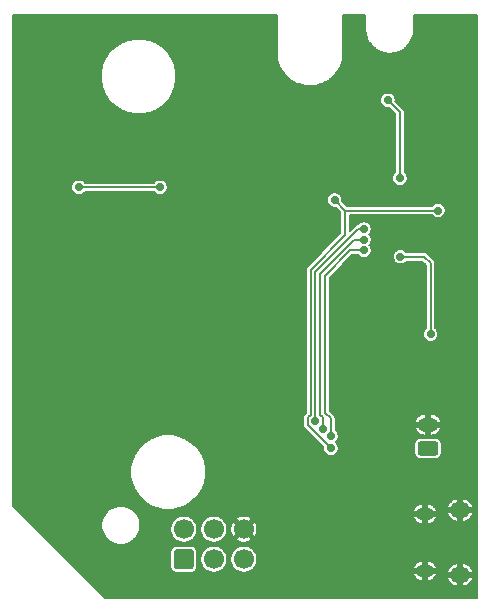
<source format=gbr>
G04 #@! TF.GenerationSoftware,KiCad,Pcbnew,(5.1.8)-1*
G04 #@! TF.CreationDate,2021-04-18T18:01:33-07:00*
G04 #@! TF.ProjectId,wired-sculpt,77697265-642d-4736-9375-6c70742e6b69,rev?*
G04 #@! TF.SameCoordinates,Original*
G04 #@! TF.FileFunction,Copper,L2,Bot*
G04 #@! TF.FilePolarity,Positive*
%FSLAX46Y46*%
G04 Gerber Fmt 4.6, Leading zero omitted, Abs format (unit mm)*
G04 Created by KiCad (PCBNEW (5.1.8)-1) date 2021-04-18 18:01:33*
%MOMM*%
%LPD*%
G01*
G04 APERTURE LIST*
G04 #@! TA.AperFunction,ComponentPad*
%ADD10C,1.700000*%
G04 #@! TD*
G04 #@! TA.AperFunction,ComponentPad*
%ADD11O,1.500000X1.100000*%
G04 #@! TD*
G04 #@! TA.AperFunction,ComponentPad*
%ADD12O,1.700000X1.350000*%
G04 #@! TD*
G04 #@! TA.AperFunction,ComponentPad*
%ADD13O,1.750000X1.200000*%
G04 #@! TD*
G04 #@! TA.AperFunction,ViaPad*
%ADD14C,0.700000*%
G04 #@! TD*
G04 #@! TA.AperFunction,Conductor*
%ADD15C,0.200000*%
G04 #@! TD*
G04 #@! TA.AperFunction,Conductor*
%ADD16C,0.100000*%
G04 #@! TD*
G04 APERTURE END LIST*
G04 #@! TO.P,J3,1*
G04 #@! TO.N,MISO*
G04 #@! TA.AperFunction,ComponentPad*
G36*
G01*
X135428000Y-77230000D02*
X134228000Y-77230000D01*
G75*
G02*
X133978000Y-76980000I0J250000D01*
G01*
X133978000Y-75780000D01*
G75*
G02*
X134228000Y-75530000I250000J0D01*
G01*
X135428000Y-75530000D01*
G75*
G02*
X135678000Y-75780000I0J-250000D01*
G01*
X135678000Y-76980000D01*
G75*
G02*
X135428000Y-77230000I-250000J0D01*
G01*
G37*
G04 #@! TD.AperFunction*
D10*
G04 #@! TO.P,J3,3*
G04 #@! TO.N,SCK*
X137368000Y-76380000D03*
G04 #@! TO.P,J3,5*
G04 #@! TO.N,RST*
X139908000Y-76380000D03*
G04 #@! TO.P,J3,2*
G04 #@! TO.N,VBUS*
X134828000Y-73840000D03*
G04 #@! TO.P,J3,4*
G04 #@! TO.N,MOSI*
X137368000Y-73840000D03*
G04 #@! TO.P,J3,6*
G04 #@! TO.N,GND*
X139908000Y-73840000D03*
G04 #@! TD*
D11*
G04 #@! TO.P,J1,6*
G04 #@! TO.N,GND*
X155230000Y-77380000D03*
X155230000Y-72540000D03*
D12*
X158230000Y-77690000D03*
X158230000Y-72230000D03*
G04 #@! TD*
G04 #@! TO.P,SW2,1*
G04 #@! TO.N,Net-(R10-Pad2)*
G04 #@! TA.AperFunction,ComponentPad*
G36*
G01*
X156125001Y-67600000D02*
X154874999Y-67600000D01*
G75*
G02*
X154625000Y-67350001I0J249999D01*
G01*
X154625000Y-66649999D01*
G75*
G02*
X154874999Y-66400000I249999J0D01*
G01*
X156125001Y-66400000D01*
G75*
G02*
X156375000Y-66649999I0J-249999D01*
G01*
X156375000Y-67350001D01*
G75*
G02*
X156125001Y-67600000I-249999J0D01*
G01*
G37*
G04 #@! TD.AperFunction*
D13*
G04 #@! TO.P,SW2,2*
G04 #@! TO.N,GND*
X155500000Y-65000000D03*
G04 #@! TD*
D14*
G04 #@! TO.N,GND*
X141200000Y-57950000D03*
X149200000Y-57950000D03*
X124668000Y-39042000D03*
X157500000Y-36500000D03*
X154259000Y-37518000D03*
X156672000Y-57330000D03*
X131600000Y-60000000D03*
X145623000Y-42471000D03*
X140797000Y-38153000D03*
X146385000Y-76634000D03*
X140924000Y-72316000D03*
X146004000Y-45963500D03*
X150068000Y-54028000D03*
G04 #@! TO.N,LED*
X153116000Y-44122000D03*
X152100000Y-37518000D03*
G04 #@! TO.N,MISO*
X150068000Y-48417994D03*
X145974000Y-64686338D03*
G04 #@! TO.N,MOSI*
X150068000Y-49317997D03*
X146624000Y-65329603D03*
G04 #@! TO.N,SCK*
X150068000Y-50218000D03*
X147274000Y-65966000D03*
G04 #@! TO.N,RST*
X147591500Y-45963500D03*
X156354500Y-46852500D03*
X147274000Y-66982000D03*
G04 #@! TO.N,RED+*
X132796000Y-44884000D03*
X125938000Y-44884000D03*
G04 #@! TO.N,PB0*
X155719500Y-57330000D03*
X153167697Y-50771063D03*
G04 #@! TD*
D15*
G04 #@! TO.N,LED*
X153116000Y-38534000D02*
X152100000Y-37518000D01*
X153116000Y-44122000D02*
X153116000Y-38534000D01*
G04 #@! TO.N,MISO*
X145974000Y-52017020D02*
X145974000Y-64686338D01*
X149573026Y-48417994D02*
X145974000Y-52017020D01*
X150068000Y-48417994D02*
X149573026Y-48417994D01*
G04 #@! TO.N,MOSI*
X150068000Y-49317997D02*
X149573026Y-49317997D01*
X149253503Y-49317997D02*
X146374010Y-52197490D01*
X150068000Y-49317997D02*
X149253503Y-49317997D01*
X146374010Y-64124346D02*
X146624000Y-64374336D01*
X146624000Y-64374336D02*
X146624000Y-65329603D01*
X146374010Y-52197490D02*
X146374010Y-64124346D01*
G04 #@! TO.N,SCK*
X150068000Y-50218000D02*
X148919198Y-50218000D01*
X148919198Y-50218000D02*
X146774020Y-52363178D01*
X147274000Y-64458638D02*
X147274000Y-65966000D01*
X146774020Y-63958658D02*
X147274000Y-64458638D01*
X146774020Y-52363178D02*
X146774020Y-63958658D01*
G04 #@! TO.N,RST*
X148480500Y-46852500D02*
X156354500Y-46852500D01*
X147591500Y-45963500D02*
X148480500Y-46852500D01*
X145323999Y-65031999D02*
X147274000Y-66982000D01*
X145323999Y-64374337D02*
X145323999Y-65031999D01*
X145573990Y-64124346D02*
X145323999Y-64374337D01*
X145573990Y-51851331D02*
X145573990Y-64124346D01*
X148480500Y-48944822D02*
X145573990Y-51851331D01*
X148480500Y-46852500D02*
X148480500Y-48944822D01*
G04 #@! TO.N,RED+*
X132796000Y-44884000D02*
X125938000Y-44884000D01*
G04 #@! TO.N,PB0*
X155719500Y-57330000D02*
X155719500Y-51297500D01*
X155193063Y-50771063D02*
X153167697Y-50771063D01*
X155719500Y-51297500D02*
X155193063Y-50771063D01*
G04 #@! TD*
G04 #@! TO.N,GND*
X142675001Y-33515961D02*
X142675112Y-33517083D01*
X142675252Y-33537177D01*
X142676795Y-33551856D01*
X142676795Y-33566619D01*
X142677269Y-33571132D01*
X142731656Y-34056006D01*
X142737781Y-34084821D01*
X142743502Y-34113714D01*
X142744844Y-34118049D01*
X142892375Y-34583125D01*
X142903977Y-34610194D01*
X142915204Y-34637432D01*
X142917362Y-34641425D01*
X143152416Y-35068987D01*
X143169048Y-35093278D01*
X143185359Y-35117827D01*
X143188252Y-35121324D01*
X143501878Y-35495088D01*
X143522917Y-35515691D01*
X143543679Y-35536598D01*
X143547196Y-35539467D01*
X143927446Y-35845196D01*
X143952098Y-35861328D01*
X143976514Y-35877796D01*
X143980521Y-35879927D01*
X144412913Y-36105976D01*
X144440236Y-36117015D01*
X144467379Y-36128425D01*
X144471723Y-36129737D01*
X144939786Y-36267495D01*
X144968713Y-36273013D01*
X144997575Y-36278937D01*
X145002091Y-36279380D01*
X145487997Y-36323601D01*
X145517419Y-36323396D01*
X145546908Y-36323601D01*
X145551425Y-36323159D01*
X146036667Y-36272158D01*
X146065541Y-36266231D01*
X146094455Y-36260715D01*
X146098800Y-36259404D01*
X146564894Y-36115124D01*
X146592069Y-36103700D01*
X146619360Y-36092674D01*
X146623367Y-36090544D01*
X147052560Y-35858480D01*
X147076987Y-35842003D01*
X147101628Y-35825879D01*
X147105144Y-35823011D01*
X147481090Y-35512003D01*
X147501855Y-35491092D01*
X147522891Y-35470492D01*
X147525784Y-35466995D01*
X147834160Y-35088888D01*
X147850455Y-35064361D01*
X147867102Y-35040049D01*
X147869261Y-35036057D01*
X148098323Y-34605254D01*
X148109538Y-34578044D01*
X148121152Y-34550947D01*
X148122494Y-34546611D01*
X148263517Y-34079522D01*
X148269239Y-34050624D01*
X148275362Y-34021814D01*
X148275837Y-34017300D01*
X148323449Y-33531714D01*
X148323449Y-33531708D01*
X148325000Y-33515961D01*
X148325000Y-30325000D01*
X150175001Y-30325000D01*
X150175000Y-31515960D01*
X150175112Y-31517094D01*
X150175179Y-31526709D01*
X150176722Y-31541385D01*
X150176722Y-31556148D01*
X150177196Y-31560661D01*
X150215267Y-31900072D01*
X150221392Y-31928887D01*
X150227113Y-31957780D01*
X150228455Y-31962115D01*
X150331726Y-32287668D01*
X150343329Y-32314740D01*
X150354555Y-32341976D01*
X150356713Y-32345968D01*
X150521251Y-32645262D01*
X150537880Y-32669547D01*
X150554194Y-32694101D01*
X150557087Y-32697598D01*
X150776624Y-32959233D01*
X150797683Y-32979855D01*
X150818426Y-33000743D01*
X150821942Y-33003611D01*
X151088117Y-33217622D01*
X151112768Y-33233753D01*
X151137186Y-33250223D01*
X151141193Y-33252354D01*
X151443867Y-33410588D01*
X151471190Y-33421627D01*
X151498333Y-33433037D01*
X151502677Y-33434349D01*
X151830322Y-33530780D01*
X151859257Y-33536299D01*
X151888112Y-33542222D01*
X151892628Y-33542665D01*
X152232762Y-33573620D01*
X152262222Y-33573414D01*
X152291672Y-33573619D01*
X152296188Y-33573177D01*
X152635857Y-33537477D01*
X152664718Y-33531552D01*
X152693646Y-33526034D01*
X152697991Y-33524723D01*
X153024257Y-33423727D01*
X153051432Y-33412303D01*
X153078723Y-33401277D01*
X153082730Y-33399147D01*
X153383166Y-33236702D01*
X153407578Y-33220235D01*
X153432234Y-33204101D01*
X153435751Y-33201233D01*
X153698912Y-32983527D01*
X153719677Y-32962616D01*
X153740713Y-32942016D01*
X153743606Y-32938519D01*
X153959469Y-32673844D01*
X153975768Y-32649313D01*
X153992411Y-32625006D01*
X153994570Y-32621014D01*
X154154914Y-32319452D01*
X154166133Y-32292230D01*
X154177743Y-32265143D01*
X154179085Y-32260808D01*
X154277801Y-31933845D01*
X154283524Y-31904940D01*
X154289646Y-31876137D01*
X154290121Y-31871624D01*
X154323449Y-31531714D01*
X154323449Y-31531708D01*
X154325000Y-31515961D01*
X154325000Y-30325000D01*
X159650000Y-30325000D01*
X159650001Y-79675000D01*
X128134619Y-79675000D01*
X126118655Y-77659036D01*
X154227106Y-77659036D01*
X154275019Y-77783109D01*
X154368168Y-77922653D01*
X154486751Y-78041343D01*
X154626211Y-78134618D01*
X154781188Y-78198894D01*
X154945727Y-78231700D01*
X155080000Y-78159397D01*
X155080000Y-77530000D01*
X155380000Y-77530000D01*
X155380000Y-78159397D01*
X155514273Y-78231700D01*
X155678812Y-78198894D01*
X155833789Y-78134618D01*
X155973249Y-78041343D01*
X156025683Y-77988861D01*
X157126934Y-77988861D01*
X157178284Y-78121700D01*
X157279350Y-78284444D01*
X157410224Y-78424344D01*
X157565877Y-78536023D01*
X157740326Y-78615190D01*
X157926868Y-78658803D01*
X158080000Y-78591920D01*
X158080000Y-77840000D01*
X158380000Y-77840000D01*
X158380000Y-78591920D01*
X158533132Y-78658803D01*
X158719674Y-78615190D01*
X158894123Y-78536023D01*
X159049776Y-78424344D01*
X159180650Y-78284444D01*
X159281716Y-78121700D01*
X159333066Y-77988861D01*
X159292412Y-77840000D01*
X158380000Y-77840000D01*
X158080000Y-77840000D01*
X157167588Y-77840000D01*
X157126934Y-77988861D01*
X156025683Y-77988861D01*
X156091832Y-77922653D01*
X156184981Y-77783109D01*
X156232894Y-77659036D01*
X156190345Y-77530000D01*
X155380000Y-77530000D01*
X155080000Y-77530000D01*
X154269655Y-77530000D01*
X154227106Y-77659036D01*
X126118655Y-77659036D01*
X124239619Y-75780000D01*
X133676549Y-75780000D01*
X133676549Y-76980000D01*
X133687145Y-77087583D01*
X133718526Y-77191031D01*
X133769485Y-77286370D01*
X133838065Y-77369935D01*
X133921630Y-77438515D01*
X134016969Y-77489474D01*
X134120417Y-77520855D01*
X134228000Y-77531451D01*
X135428000Y-77531451D01*
X135535583Y-77520855D01*
X135639031Y-77489474D01*
X135734370Y-77438515D01*
X135817935Y-77369935D01*
X135886515Y-77286370D01*
X135937474Y-77191031D01*
X135968855Y-77087583D01*
X135979451Y-76980000D01*
X135979451Y-76266735D01*
X136218000Y-76266735D01*
X136218000Y-76493265D01*
X136262194Y-76715443D01*
X136348884Y-76924729D01*
X136474737Y-77113082D01*
X136634918Y-77273263D01*
X136823271Y-77399116D01*
X137032557Y-77485806D01*
X137254735Y-77530000D01*
X137481265Y-77530000D01*
X137703443Y-77485806D01*
X137912729Y-77399116D01*
X138101082Y-77273263D01*
X138261263Y-77113082D01*
X138387116Y-76924729D01*
X138473806Y-76715443D01*
X138518000Y-76493265D01*
X138518000Y-76266735D01*
X138758000Y-76266735D01*
X138758000Y-76493265D01*
X138802194Y-76715443D01*
X138888884Y-76924729D01*
X139014737Y-77113082D01*
X139174918Y-77273263D01*
X139363271Y-77399116D01*
X139572557Y-77485806D01*
X139794735Y-77530000D01*
X140021265Y-77530000D01*
X140243443Y-77485806D01*
X140452729Y-77399116D01*
X140464667Y-77391139D01*
X157126934Y-77391139D01*
X157167588Y-77540000D01*
X158080000Y-77540000D01*
X158080000Y-76788080D01*
X158380000Y-76788080D01*
X158380000Y-77540000D01*
X159292412Y-77540000D01*
X159333066Y-77391139D01*
X159281716Y-77258300D01*
X159180650Y-77095556D01*
X159049776Y-76955656D01*
X158894123Y-76843977D01*
X158719674Y-76764810D01*
X158533132Y-76721197D01*
X158380000Y-76788080D01*
X158080000Y-76788080D01*
X157926868Y-76721197D01*
X157740326Y-76764810D01*
X157565877Y-76843977D01*
X157410224Y-76955656D01*
X157279350Y-77095556D01*
X157178284Y-77258300D01*
X157126934Y-77391139D01*
X140464667Y-77391139D01*
X140641082Y-77273263D01*
X140801263Y-77113082D01*
X140809359Y-77100964D01*
X154227106Y-77100964D01*
X154269655Y-77230000D01*
X155080000Y-77230000D01*
X155080000Y-76600603D01*
X155380000Y-76600603D01*
X155380000Y-77230000D01*
X156190345Y-77230000D01*
X156232894Y-77100964D01*
X156184981Y-76976891D01*
X156091832Y-76837347D01*
X155973249Y-76718657D01*
X155833789Y-76625382D01*
X155678812Y-76561106D01*
X155514273Y-76528300D01*
X155380000Y-76600603D01*
X155080000Y-76600603D01*
X154945727Y-76528300D01*
X154781188Y-76561106D01*
X154626211Y-76625382D01*
X154486751Y-76718657D01*
X154368168Y-76837347D01*
X154275019Y-76976891D01*
X154227106Y-77100964D01*
X140809359Y-77100964D01*
X140927116Y-76924729D01*
X141013806Y-76715443D01*
X141058000Y-76493265D01*
X141058000Y-76266735D01*
X141013806Y-76044557D01*
X140927116Y-75835271D01*
X140801263Y-75646918D01*
X140641082Y-75486737D01*
X140452729Y-75360884D01*
X140243443Y-75274194D01*
X140021265Y-75230000D01*
X139794735Y-75230000D01*
X139572557Y-75274194D01*
X139363271Y-75360884D01*
X139174918Y-75486737D01*
X139014737Y-75646918D01*
X138888884Y-75835271D01*
X138802194Y-76044557D01*
X138758000Y-76266735D01*
X138518000Y-76266735D01*
X138473806Y-76044557D01*
X138387116Y-75835271D01*
X138261263Y-75646918D01*
X138101082Y-75486737D01*
X137912729Y-75360884D01*
X137703443Y-75274194D01*
X137481265Y-75230000D01*
X137254735Y-75230000D01*
X137032557Y-75274194D01*
X136823271Y-75360884D01*
X136634918Y-75486737D01*
X136474737Y-75646918D01*
X136348884Y-75835271D01*
X136262194Y-76044557D01*
X136218000Y-76266735D01*
X135979451Y-76266735D01*
X135979451Y-75780000D01*
X135968855Y-75672417D01*
X135937474Y-75568969D01*
X135886515Y-75473630D01*
X135817935Y-75390065D01*
X135734370Y-75321485D01*
X135639031Y-75270526D01*
X135535583Y-75239145D01*
X135428000Y-75228549D01*
X134228000Y-75228549D01*
X134120417Y-75239145D01*
X134016969Y-75270526D01*
X133921630Y-75321485D01*
X133838065Y-75390065D01*
X133769485Y-75473630D01*
X133718526Y-75568969D01*
X133687145Y-75672417D01*
X133676549Y-75780000D01*
X124239619Y-75780000D01*
X121797108Y-73337489D01*
X127850000Y-73337489D01*
X127850000Y-73662511D01*
X127913408Y-73981287D01*
X128037789Y-74281568D01*
X128218361Y-74551814D01*
X128448186Y-74781639D01*
X128718432Y-74962211D01*
X129018713Y-75086592D01*
X129337489Y-75150000D01*
X129662511Y-75150000D01*
X129981287Y-75086592D01*
X130281568Y-74962211D01*
X130551814Y-74781639D01*
X130781639Y-74551814D01*
X130962211Y-74281568D01*
X131086592Y-73981287D01*
X131137225Y-73726735D01*
X133678000Y-73726735D01*
X133678000Y-73953265D01*
X133722194Y-74175443D01*
X133808884Y-74384729D01*
X133934737Y-74573082D01*
X134094918Y-74733263D01*
X134283271Y-74859116D01*
X134492557Y-74945806D01*
X134714735Y-74990000D01*
X134941265Y-74990000D01*
X135163443Y-74945806D01*
X135372729Y-74859116D01*
X135561082Y-74733263D01*
X135721263Y-74573082D01*
X135847116Y-74384729D01*
X135933806Y-74175443D01*
X135978000Y-73953265D01*
X135978000Y-73726735D01*
X136218000Y-73726735D01*
X136218000Y-73953265D01*
X136262194Y-74175443D01*
X136348884Y-74384729D01*
X136474737Y-74573082D01*
X136634918Y-74733263D01*
X136823271Y-74859116D01*
X137032557Y-74945806D01*
X137254735Y-74990000D01*
X137481265Y-74990000D01*
X137703443Y-74945806D01*
X137912729Y-74859116D01*
X138101082Y-74733263D01*
X138131603Y-74702742D01*
X139257390Y-74702742D01*
X139355876Y-74855129D01*
X139564526Y-74943338D01*
X139786377Y-74989145D01*
X140012901Y-74990792D01*
X140235393Y-74948215D01*
X140445305Y-74863049D01*
X140460124Y-74855129D01*
X140558610Y-74702742D01*
X139908000Y-74052132D01*
X139257390Y-74702742D01*
X138131603Y-74702742D01*
X138261263Y-74573082D01*
X138387116Y-74384729D01*
X138473806Y-74175443D01*
X138518000Y-73953265D01*
X138518000Y-73944901D01*
X138757208Y-73944901D01*
X138799785Y-74167393D01*
X138884951Y-74377305D01*
X138892871Y-74392124D01*
X139045258Y-74490610D01*
X139695868Y-73840000D01*
X140120132Y-73840000D01*
X140770742Y-74490610D01*
X140923129Y-74392124D01*
X141011338Y-74183474D01*
X141057145Y-73961623D01*
X141058792Y-73735099D01*
X141016215Y-73512607D01*
X140931049Y-73302695D01*
X140923129Y-73287876D01*
X140770742Y-73189390D01*
X140120132Y-73840000D01*
X139695868Y-73840000D01*
X139045258Y-73189390D01*
X138892871Y-73287876D01*
X138804662Y-73496526D01*
X138758855Y-73718377D01*
X138757208Y-73944901D01*
X138518000Y-73944901D01*
X138518000Y-73726735D01*
X138473806Y-73504557D01*
X138387116Y-73295271D01*
X138261263Y-73106918D01*
X138131603Y-72977258D01*
X139257390Y-72977258D01*
X139908000Y-73627868D01*
X140558610Y-72977258D01*
X140460124Y-72824871D01*
X140446322Y-72819036D01*
X154227106Y-72819036D01*
X154275019Y-72943109D01*
X154368168Y-73082653D01*
X154486751Y-73201343D01*
X154626211Y-73294618D01*
X154781188Y-73358894D01*
X154945727Y-73391700D01*
X155080000Y-73319397D01*
X155080000Y-72690000D01*
X155380000Y-72690000D01*
X155380000Y-73319397D01*
X155514273Y-73391700D01*
X155678812Y-73358894D01*
X155833789Y-73294618D01*
X155973249Y-73201343D01*
X156091832Y-73082653D01*
X156184981Y-72943109D01*
X156232894Y-72819036D01*
X156190345Y-72690000D01*
X155380000Y-72690000D01*
X155080000Y-72690000D01*
X154269655Y-72690000D01*
X154227106Y-72819036D01*
X140446322Y-72819036D01*
X140251474Y-72736662D01*
X140029623Y-72690855D01*
X139803099Y-72689208D01*
X139580607Y-72731785D01*
X139370695Y-72816951D01*
X139355876Y-72824871D01*
X139257390Y-72977258D01*
X138131603Y-72977258D01*
X138101082Y-72946737D01*
X137912729Y-72820884D01*
X137703443Y-72734194D01*
X137481265Y-72690000D01*
X137254735Y-72690000D01*
X137032557Y-72734194D01*
X136823271Y-72820884D01*
X136634918Y-72946737D01*
X136474737Y-73106918D01*
X136348884Y-73295271D01*
X136262194Y-73504557D01*
X136218000Y-73726735D01*
X135978000Y-73726735D01*
X135933806Y-73504557D01*
X135847116Y-73295271D01*
X135721263Y-73106918D01*
X135561082Y-72946737D01*
X135372729Y-72820884D01*
X135163443Y-72734194D01*
X134941265Y-72690000D01*
X134714735Y-72690000D01*
X134492557Y-72734194D01*
X134283271Y-72820884D01*
X134094918Y-72946737D01*
X133934737Y-73106918D01*
X133808884Y-73295271D01*
X133722194Y-73504557D01*
X133678000Y-73726735D01*
X131137225Y-73726735D01*
X131150000Y-73662511D01*
X131150000Y-73337489D01*
X131086592Y-73018713D01*
X130962211Y-72718432D01*
X130835545Y-72528861D01*
X157126934Y-72528861D01*
X157178284Y-72661700D01*
X157279350Y-72824444D01*
X157410224Y-72964344D01*
X157565877Y-73076023D01*
X157740326Y-73155190D01*
X157926868Y-73198803D01*
X158080000Y-73131920D01*
X158080000Y-72380000D01*
X158380000Y-72380000D01*
X158380000Y-73131920D01*
X158533132Y-73198803D01*
X158719674Y-73155190D01*
X158894123Y-73076023D01*
X159049776Y-72964344D01*
X159180650Y-72824444D01*
X159281716Y-72661700D01*
X159333066Y-72528861D01*
X159292412Y-72380000D01*
X158380000Y-72380000D01*
X158080000Y-72380000D01*
X157167588Y-72380000D01*
X157126934Y-72528861D01*
X130835545Y-72528861D01*
X130781639Y-72448186D01*
X130594417Y-72260964D01*
X154227106Y-72260964D01*
X154269655Y-72390000D01*
X155080000Y-72390000D01*
X155080000Y-71760603D01*
X155380000Y-71760603D01*
X155380000Y-72390000D01*
X156190345Y-72390000D01*
X156232894Y-72260964D01*
X156184981Y-72136891D01*
X156091832Y-71997347D01*
X156025684Y-71931139D01*
X157126934Y-71931139D01*
X157167588Y-72080000D01*
X158080000Y-72080000D01*
X158080000Y-71328080D01*
X158380000Y-71328080D01*
X158380000Y-72080000D01*
X159292412Y-72080000D01*
X159333066Y-71931139D01*
X159281716Y-71798300D01*
X159180650Y-71635556D01*
X159049776Y-71495656D01*
X158894123Y-71383977D01*
X158719674Y-71304810D01*
X158533132Y-71261197D01*
X158380000Y-71328080D01*
X158080000Y-71328080D01*
X157926868Y-71261197D01*
X157740326Y-71304810D01*
X157565877Y-71383977D01*
X157410224Y-71495656D01*
X157279350Y-71635556D01*
X157178284Y-71798300D01*
X157126934Y-71931139D01*
X156025684Y-71931139D01*
X155973249Y-71878657D01*
X155833789Y-71785382D01*
X155678812Y-71721106D01*
X155514273Y-71688300D01*
X155380000Y-71760603D01*
X155080000Y-71760603D01*
X154945727Y-71688300D01*
X154781188Y-71721106D01*
X154626211Y-71785382D01*
X154486751Y-71878657D01*
X154368168Y-71997347D01*
X154275019Y-72136891D01*
X154227106Y-72260964D01*
X130594417Y-72260964D01*
X130551814Y-72218361D01*
X130281568Y-72037789D01*
X129981287Y-71913408D01*
X129662511Y-71850000D01*
X129337489Y-71850000D01*
X129018713Y-71913408D01*
X128718432Y-72037789D01*
X128448186Y-72218361D01*
X128218361Y-72448186D01*
X128037789Y-72718432D01*
X127913408Y-73018713D01*
X127850000Y-73337489D01*
X121797108Y-73337489D01*
X120350000Y-71890382D01*
X120350000Y-68684828D01*
X130300000Y-68684828D01*
X130300000Y-69315172D01*
X130422975Y-69933405D01*
X130664197Y-70515768D01*
X131014398Y-71039881D01*
X131460119Y-71485602D01*
X131984232Y-71835803D01*
X132566595Y-72077025D01*
X133184828Y-72200000D01*
X133815172Y-72200000D01*
X134433405Y-72077025D01*
X135015768Y-71835803D01*
X135539881Y-71485602D01*
X135985602Y-71039881D01*
X136335803Y-70515768D01*
X136577025Y-69933405D01*
X136700000Y-69315172D01*
X136700000Y-68684828D01*
X136577025Y-68066595D01*
X136335803Y-67484232D01*
X135985602Y-66960119D01*
X135539881Y-66514398D01*
X135015768Y-66164197D01*
X134433405Y-65922975D01*
X133815172Y-65800000D01*
X133184828Y-65800000D01*
X132566595Y-65922975D01*
X131984232Y-66164197D01*
X131460119Y-66514398D01*
X131014398Y-66960119D01*
X130664197Y-67484232D01*
X130422975Y-68066595D01*
X130300000Y-68684828D01*
X120350000Y-68684828D01*
X120350000Y-64374337D01*
X144922064Y-64374337D01*
X144923999Y-64393984D01*
X144924000Y-65012343D01*
X144922064Y-65031999D01*
X144929787Y-65110412D01*
X144952660Y-65185813D01*
X144989802Y-65255301D01*
X145027264Y-65300949D01*
X145027267Y-65300952D01*
X145039789Y-65316210D01*
X145055047Y-65328732D01*
X146627367Y-66901053D01*
X146624000Y-66917981D01*
X146624000Y-67046019D01*
X146648979Y-67171598D01*
X146697978Y-67289890D01*
X146769112Y-67396351D01*
X146859649Y-67486888D01*
X146966110Y-67558022D01*
X147084402Y-67607021D01*
X147209981Y-67632000D01*
X147338019Y-67632000D01*
X147463598Y-67607021D01*
X147581890Y-67558022D01*
X147688351Y-67486888D01*
X147778888Y-67396351D01*
X147850022Y-67289890D01*
X147899021Y-67171598D01*
X147924000Y-67046019D01*
X147924000Y-66917981D01*
X147899021Y-66792402D01*
X147850022Y-66674110D01*
X147833912Y-66649999D01*
X154323549Y-66649999D01*
X154323549Y-67350001D01*
X154334145Y-67457584D01*
X154365526Y-67561032D01*
X154416485Y-67656370D01*
X154485065Y-67739935D01*
X154568630Y-67808515D01*
X154663968Y-67859474D01*
X154767416Y-67890855D01*
X154874999Y-67901451D01*
X156125001Y-67901451D01*
X156232584Y-67890855D01*
X156336032Y-67859474D01*
X156431370Y-67808515D01*
X156514935Y-67739935D01*
X156583515Y-67656370D01*
X156634474Y-67561032D01*
X156665855Y-67457584D01*
X156676451Y-67350001D01*
X156676451Y-66649999D01*
X156665855Y-66542416D01*
X156634474Y-66438968D01*
X156583515Y-66343630D01*
X156514935Y-66260065D01*
X156431370Y-66191485D01*
X156336032Y-66140526D01*
X156232584Y-66109145D01*
X156125001Y-66098549D01*
X154874999Y-66098549D01*
X154767416Y-66109145D01*
X154663968Y-66140526D01*
X154568630Y-66191485D01*
X154485065Y-66260065D01*
X154416485Y-66343630D01*
X154365526Y-66438968D01*
X154334145Y-66542416D01*
X154323549Y-66649999D01*
X147833912Y-66649999D01*
X147778888Y-66567649D01*
X147688351Y-66477112D01*
X147683693Y-66474000D01*
X147688351Y-66470888D01*
X147778888Y-66380351D01*
X147850022Y-66273890D01*
X147899021Y-66155598D01*
X147924000Y-66030019D01*
X147924000Y-65901981D01*
X147899021Y-65776402D01*
X147850022Y-65658110D01*
X147778888Y-65551649D01*
X147688351Y-65461112D01*
X147674000Y-65451523D01*
X147674000Y-65286975D01*
X154371979Y-65286975D01*
X154450606Y-65494644D01*
X154561986Y-65636216D01*
X154698845Y-65753339D01*
X154855924Y-65841512D01*
X155027187Y-65897346D01*
X155206051Y-65918695D01*
X155350000Y-65835349D01*
X155350000Y-65150000D01*
X155650000Y-65150000D01*
X155650000Y-65835349D01*
X155793949Y-65918695D01*
X155972813Y-65897346D01*
X156144076Y-65841512D01*
X156301155Y-65753339D01*
X156438014Y-65636216D01*
X156549394Y-65494644D01*
X156628021Y-65286975D01*
X156586249Y-65150000D01*
X155650000Y-65150000D01*
X155350000Y-65150000D01*
X154413751Y-65150000D01*
X154371979Y-65286975D01*
X147674000Y-65286975D01*
X147674000Y-64713025D01*
X154371979Y-64713025D01*
X154413751Y-64850000D01*
X155350000Y-64850000D01*
X155350000Y-64164651D01*
X155650000Y-64164651D01*
X155650000Y-64850000D01*
X156586249Y-64850000D01*
X156628021Y-64713025D01*
X156549394Y-64505356D01*
X156438014Y-64363784D01*
X156301155Y-64246661D01*
X156144076Y-64158488D01*
X155972813Y-64102654D01*
X155793949Y-64081305D01*
X155650000Y-64164651D01*
X155350000Y-64164651D01*
X155206051Y-64081305D01*
X155027187Y-64102654D01*
X154855924Y-64158488D01*
X154698845Y-64246661D01*
X154561986Y-64363784D01*
X154450606Y-64505356D01*
X154371979Y-64713025D01*
X147674000Y-64713025D01*
X147674000Y-64478273D01*
X147675934Y-64458637D01*
X147674000Y-64439001D01*
X147674000Y-64438991D01*
X147668212Y-64380224D01*
X147645340Y-64304824D01*
X147608197Y-64235335D01*
X147558211Y-64174427D01*
X147542949Y-64161902D01*
X147174020Y-63792973D01*
X147174020Y-52528863D01*
X149084884Y-50618000D01*
X149553523Y-50618000D01*
X149563112Y-50632351D01*
X149653649Y-50722888D01*
X149760110Y-50794022D01*
X149878402Y-50843021D01*
X150003981Y-50868000D01*
X150132019Y-50868000D01*
X150257598Y-50843021D01*
X150375890Y-50794022D01*
X150482351Y-50722888D01*
X150498195Y-50707044D01*
X152517697Y-50707044D01*
X152517697Y-50835082D01*
X152542676Y-50960661D01*
X152591675Y-51078953D01*
X152662809Y-51185414D01*
X152753346Y-51275951D01*
X152859807Y-51347085D01*
X152978099Y-51396084D01*
X153103678Y-51421063D01*
X153231716Y-51421063D01*
X153357295Y-51396084D01*
X153475587Y-51347085D01*
X153582048Y-51275951D01*
X153672585Y-51185414D01*
X153682174Y-51171063D01*
X155027378Y-51171063D01*
X155319501Y-51463186D01*
X155319500Y-56815523D01*
X155305149Y-56825112D01*
X155214612Y-56915649D01*
X155143478Y-57022110D01*
X155094479Y-57140402D01*
X155069500Y-57265981D01*
X155069500Y-57394019D01*
X155094479Y-57519598D01*
X155143478Y-57637890D01*
X155214612Y-57744351D01*
X155305149Y-57834888D01*
X155411610Y-57906022D01*
X155529902Y-57955021D01*
X155655481Y-57980000D01*
X155783519Y-57980000D01*
X155909098Y-57955021D01*
X156027390Y-57906022D01*
X156133851Y-57834888D01*
X156224388Y-57744351D01*
X156295522Y-57637890D01*
X156344521Y-57519598D01*
X156369500Y-57394019D01*
X156369500Y-57265981D01*
X156344521Y-57140402D01*
X156295522Y-57022110D01*
X156224388Y-56915649D01*
X156133851Y-56825112D01*
X156119500Y-56815523D01*
X156119500Y-51317135D01*
X156121434Y-51297499D01*
X156119500Y-51277863D01*
X156119500Y-51277853D01*
X156113712Y-51219086D01*
X156090840Y-51143686D01*
X156053697Y-51074197D01*
X156003711Y-51013289D01*
X155988448Y-51000763D01*
X155489800Y-50502115D01*
X155477274Y-50486852D01*
X155416366Y-50436866D01*
X155346877Y-50399723D01*
X155271477Y-50376851D01*
X155212710Y-50371063D01*
X155212709Y-50371063D01*
X155193063Y-50369128D01*
X155173417Y-50371063D01*
X153682174Y-50371063D01*
X153672585Y-50356712D01*
X153582048Y-50266175D01*
X153475587Y-50195041D01*
X153357295Y-50146042D01*
X153231716Y-50121063D01*
X153103678Y-50121063D01*
X152978099Y-50146042D01*
X152859807Y-50195041D01*
X152753346Y-50266175D01*
X152662809Y-50356712D01*
X152591675Y-50463173D01*
X152542676Y-50581465D01*
X152517697Y-50707044D01*
X150498195Y-50707044D01*
X150572888Y-50632351D01*
X150644022Y-50525890D01*
X150693021Y-50407598D01*
X150718000Y-50282019D01*
X150718000Y-50153981D01*
X150693021Y-50028402D01*
X150644022Y-49910110D01*
X150572888Y-49803649D01*
X150537238Y-49767999D01*
X150572888Y-49732348D01*
X150644022Y-49625887D01*
X150693021Y-49507595D01*
X150718000Y-49382016D01*
X150718000Y-49253978D01*
X150693021Y-49128399D01*
X150644022Y-49010107D01*
X150572888Y-48903646D01*
X150537238Y-48867996D01*
X150572888Y-48832345D01*
X150644022Y-48725884D01*
X150693021Y-48607592D01*
X150718000Y-48482013D01*
X150718000Y-48353975D01*
X150693021Y-48228396D01*
X150644022Y-48110104D01*
X150572888Y-48003643D01*
X150482351Y-47913106D01*
X150375890Y-47841972D01*
X150257598Y-47792973D01*
X150132019Y-47767994D01*
X150003981Y-47767994D01*
X149878402Y-47792973D01*
X149760110Y-47841972D01*
X149653649Y-47913106D01*
X149563112Y-48003643D01*
X149553533Y-48017980D01*
X149553389Y-48017994D01*
X149553379Y-48017994D01*
X149494612Y-48023782D01*
X149419212Y-48046654D01*
X149349723Y-48083797D01*
X149288815Y-48133783D01*
X149276289Y-48149046D01*
X148880500Y-48544835D01*
X148880500Y-47252500D01*
X155840023Y-47252500D01*
X155849612Y-47266851D01*
X155940149Y-47357388D01*
X156046610Y-47428522D01*
X156164902Y-47477521D01*
X156290481Y-47502500D01*
X156418519Y-47502500D01*
X156544098Y-47477521D01*
X156662390Y-47428522D01*
X156768851Y-47357388D01*
X156859388Y-47266851D01*
X156930522Y-47160390D01*
X156979521Y-47042098D01*
X157004500Y-46916519D01*
X157004500Y-46788481D01*
X156979521Y-46662902D01*
X156930522Y-46544610D01*
X156859388Y-46438149D01*
X156768851Y-46347612D01*
X156662390Y-46276478D01*
X156544098Y-46227479D01*
X156418519Y-46202500D01*
X156290481Y-46202500D01*
X156164902Y-46227479D01*
X156046610Y-46276478D01*
X155940149Y-46347612D01*
X155849612Y-46438149D01*
X155840023Y-46452500D01*
X148646186Y-46452500D01*
X148238133Y-46044447D01*
X148241500Y-46027519D01*
X148241500Y-45899481D01*
X148216521Y-45773902D01*
X148167522Y-45655610D01*
X148096388Y-45549149D01*
X148005851Y-45458612D01*
X147899390Y-45387478D01*
X147781098Y-45338479D01*
X147655519Y-45313500D01*
X147527481Y-45313500D01*
X147401902Y-45338479D01*
X147283610Y-45387478D01*
X147177149Y-45458612D01*
X147086612Y-45549149D01*
X147015478Y-45655610D01*
X146966479Y-45773902D01*
X146941500Y-45899481D01*
X146941500Y-46027519D01*
X146966479Y-46153098D01*
X147015478Y-46271390D01*
X147086612Y-46377851D01*
X147177149Y-46468388D01*
X147283610Y-46539522D01*
X147401902Y-46588521D01*
X147527481Y-46613500D01*
X147655519Y-46613500D01*
X147672447Y-46610133D01*
X148080500Y-47018186D01*
X148080501Y-48779135D01*
X145305042Y-51554594D01*
X145289779Y-51567120D01*
X145239793Y-51628029D01*
X145202650Y-51697518D01*
X145179778Y-51772917D01*
X145179778Y-51772918D01*
X145172055Y-51851331D01*
X145173990Y-51870977D01*
X145173991Y-63958661D01*
X145055052Y-64077599D01*
X145039788Y-64090126D01*
X144989802Y-64151035D01*
X144952659Y-64220524D01*
X144948166Y-64235336D01*
X144929787Y-64295924D01*
X144922064Y-64374337D01*
X120350000Y-64374337D01*
X120350000Y-44819981D01*
X125288000Y-44819981D01*
X125288000Y-44948019D01*
X125312979Y-45073598D01*
X125361978Y-45191890D01*
X125433112Y-45298351D01*
X125523649Y-45388888D01*
X125630110Y-45460022D01*
X125748402Y-45509021D01*
X125873981Y-45534000D01*
X126002019Y-45534000D01*
X126127598Y-45509021D01*
X126245890Y-45460022D01*
X126352351Y-45388888D01*
X126442888Y-45298351D01*
X126452477Y-45284000D01*
X132281523Y-45284000D01*
X132291112Y-45298351D01*
X132381649Y-45388888D01*
X132488110Y-45460022D01*
X132606402Y-45509021D01*
X132731981Y-45534000D01*
X132860019Y-45534000D01*
X132985598Y-45509021D01*
X133103890Y-45460022D01*
X133210351Y-45388888D01*
X133300888Y-45298351D01*
X133372022Y-45191890D01*
X133421021Y-45073598D01*
X133446000Y-44948019D01*
X133446000Y-44819981D01*
X133421021Y-44694402D01*
X133372022Y-44576110D01*
X133300888Y-44469649D01*
X133210351Y-44379112D01*
X133103890Y-44307978D01*
X132985598Y-44258979D01*
X132860019Y-44234000D01*
X132731981Y-44234000D01*
X132606402Y-44258979D01*
X132488110Y-44307978D01*
X132381649Y-44379112D01*
X132291112Y-44469649D01*
X132281523Y-44484000D01*
X126452477Y-44484000D01*
X126442888Y-44469649D01*
X126352351Y-44379112D01*
X126245890Y-44307978D01*
X126127598Y-44258979D01*
X126002019Y-44234000D01*
X125873981Y-44234000D01*
X125748402Y-44258979D01*
X125630110Y-44307978D01*
X125523649Y-44379112D01*
X125433112Y-44469649D01*
X125361978Y-44576110D01*
X125312979Y-44694402D01*
X125288000Y-44819981D01*
X120350000Y-44819981D01*
X120350000Y-35184828D01*
X127800000Y-35184828D01*
X127800000Y-35815172D01*
X127922975Y-36433405D01*
X128164197Y-37015768D01*
X128514398Y-37539881D01*
X128960119Y-37985602D01*
X129484232Y-38335803D01*
X130066595Y-38577025D01*
X130684828Y-38700000D01*
X131315172Y-38700000D01*
X131933405Y-38577025D01*
X132515768Y-38335803D01*
X133039881Y-37985602D01*
X133485602Y-37539881D01*
X133542998Y-37453981D01*
X151450000Y-37453981D01*
X151450000Y-37582019D01*
X151474979Y-37707598D01*
X151523978Y-37825890D01*
X151595112Y-37932351D01*
X151685649Y-38022888D01*
X151792110Y-38094022D01*
X151910402Y-38143021D01*
X152035981Y-38168000D01*
X152164019Y-38168000D01*
X152180947Y-38164633D01*
X152716001Y-38699687D01*
X152716000Y-43607523D01*
X152701649Y-43617112D01*
X152611112Y-43707649D01*
X152539978Y-43814110D01*
X152490979Y-43932402D01*
X152466000Y-44057981D01*
X152466000Y-44186019D01*
X152490979Y-44311598D01*
X152539978Y-44429890D01*
X152611112Y-44536351D01*
X152701649Y-44626888D01*
X152808110Y-44698022D01*
X152926402Y-44747021D01*
X153051981Y-44772000D01*
X153180019Y-44772000D01*
X153305598Y-44747021D01*
X153423890Y-44698022D01*
X153530351Y-44626888D01*
X153620888Y-44536351D01*
X153692022Y-44429890D01*
X153741021Y-44311598D01*
X153766000Y-44186019D01*
X153766000Y-44057981D01*
X153741021Y-43932402D01*
X153692022Y-43814110D01*
X153620888Y-43707649D01*
X153530351Y-43617112D01*
X153516000Y-43607523D01*
X153516000Y-38553646D01*
X153517935Y-38534000D01*
X153510212Y-38455586D01*
X153487340Y-38380186D01*
X153450197Y-38310697D01*
X153400211Y-38249789D01*
X153384953Y-38237267D01*
X152746633Y-37598947D01*
X152750000Y-37582019D01*
X152750000Y-37453981D01*
X152725021Y-37328402D01*
X152676022Y-37210110D01*
X152604888Y-37103649D01*
X152514351Y-37013112D01*
X152407890Y-36941978D01*
X152289598Y-36892979D01*
X152164019Y-36868000D01*
X152035981Y-36868000D01*
X151910402Y-36892979D01*
X151792110Y-36941978D01*
X151685649Y-37013112D01*
X151595112Y-37103649D01*
X151523978Y-37210110D01*
X151474979Y-37328402D01*
X151450000Y-37453981D01*
X133542998Y-37453981D01*
X133835803Y-37015768D01*
X134077025Y-36433405D01*
X134200000Y-35815172D01*
X134200000Y-35184828D01*
X134077025Y-34566595D01*
X133835803Y-33984232D01*
X133485602Y-33460119D01*
X133039881Y-33014398D01*
X132515768Y-32664197D01*
X131933405Y-32422975D01*
X131315172Y-32300000D01*
X130684828Y-32300000D01*
X130066595Y-32422975D01*
X129484232Y-32664197D01*
X128960119Y-33014398D01*
X128514398Y-33460119D01*
X128164197Y-33984232D01*
X127922975Y-34566595D01*
X127800000Y-35184828D01*
X120350000Y-35184828D01*
X120350000Y-30325000D01*
X142675000Y-30325000D01*
X142675001Y-33515961D01*
G04 #@! TA.AperFunction,Conductor*
D16*
G36*
X142675001Y-33515961D02*
G01*
X142675112Y-33517083D01*
X142675252Y-33537177D01*
X142676795Y-33551856D01*
X142676795Y-33566619D01*
X142677269Y-33571132D01*
X142731656Y-34056006D01*
X142737781Y-34084821D01*
X142743502Y-34113714D01*
X142744844Y-34118049D01*
X142892375Y-34583125D01*
X142903977Y-34610194D01*
X142915204Y-34637432D01*
X142917362Y-34641425D01*
X143152416Y-35068987D01*
X143169048Y-35093278D01*
X143185359Y-35117827D01*
X143188252Y-35121324D01*
X143501878Y-35495088D01*
X143522917Y-35515691D01*
X143543679Y-35536598D01*
X143547196Y-35539467D01*
X143927446Y-35845196D01*
X143952098Y-35861328D01*
X143976514Y-35877796D01*
X143980521Y-35879927D01*
X144412913Y-36105976D01*
X144440236Y-36117015D01*
X144467379Y-36128425D01*
X144471723Y-36129737D01*
X144939786Y-36267495D01*
X144968713Y-36273013D01*
X144997575Y-36278937D01*
X145002091Y-36279380D01*
X145487997Y-36323601D01*
X145517419Y-36323396D01*
X145546908Y-36323601D01*
X145551425Y-36323159D01*
X146036667Y-36272158D01*
X146065541Y-36266231D01*
X146094455Y-36260715D01*
X146098800Y-36259404D01*
X146564894Y-36115124D01*
X146592069Y-36103700D01*
X146619360Y-36092674D01*
X146623367Y-36090544D01*
X147052560Y-35858480D01*
X147076987Y-35842003D01*
X147101628Y-35825879D01*
X147105144Y-35823011D01*
X147481090Y-35512003D01*
X147501855Y-35491092D01*
X147522891Y-35470492D01*
X147525784Y-35466995D01*
X147834160Y-35088888D01*
X147850455Y-35064361D01*
X147867102Y-35040049D01*
X147869261Y-35036057D01*
X148098323Y-34605254D01*
X148109538Y-34578044D01*
X148121152Y-34550947D01*
X148122494Y-34546611D01*
X148263517Y-34079522D01*
X148269239Y-34050624D01*
X148275362Y-34021814D01*
X148275837Y-34017300D01*
X148323449Y-33531714D01*
X148323449Y-33531708D01*
X148325000Y-33515961D01*
X148325000Y-30325000D01*
X150175001Y-30325000D01*
X150175000Y-31515960D01*
X150175112Y-31517094D01*
X150175179Y-31526709D01*
X150176722Y-31541385D01*
X150176722Y-31556148D01*
X150177196Y-31560661D01*
X150215267Y-31900072D01*
X150221392Y-31928887D01*
X150227113Y-31957780D01*
X150228455Y-31962115D01*
X150331726Y-32287668D01*
X150343329Y-32314740D01*
X150354555Y-32341976D01*
X150356713Y-32345968D01*
X150521251Y-32645262D01*
X150537880Y-32669547D01*
X150554194Y-32694101D01*
X150557087Y-32697598D01*
X150776624Y-32959233D01*
X150797683Y-32979855D01*
X150818426Y-33000743D01*
X150821942Y-33003611D01*
X151088117Y-33217622D01*
X151112768Y-33233753D01*
X151137186Y-33250223D01*
X151141193Y-33252354D01*
X151443867Y-33410588D01*
X151471190Y-33421627D01*
X151498333Y-33433037D01*
X151502677Y-33434349D01*
X151830322Y-33530780D01*
X151859257Y-33536299D01*
X151888112Y-33542222D01*
X151892628Y-33542665D01*
X152232762Y-33573620D01*
X152262222Y-33573414D01*
X152291672Y-33573619D01*
X152296188Y-33573177D01*
X152635857Y-33537477D01*
X152664718Y-33531552D01*
X152693646Y-33526034D01*
X152697991Y-33524723D01*
X153024257Y-33423727D01*
X153051432Y-33412303D01*
X153078723Y-33401277D01*
X153082730Y-33399147D01*
X153383166Y-33236702D01*
X153407578Y-33220235D01*
X153432234Y-33204101D01*
X153435751Y-33201233D01*
X153698912Y-32983527D01*
X153719677Y-32962616D01*
X153740713Y-32942016D01*
X153743606Y-32938519D01*
X153959469Y-32673844D01*
X153975768Y-32649313D01*
X153992411Y-32625006D01*
X153994570Y-32621014D01*
X154154914Y-32319452D01*
X154166133Y-32292230D01*
X154177743Y-32265143D01*
X154179085Y-32260808D01*
X154277801Y-31933845D01*
X154283524Y-31904940D01*
X154289646Y-31876137D01*
X154290121Y-31871624D01*
X154323449Y-31531714D01*
X154323449Y-31531708D01*
X154325000Y-31515961D01*
X154325000Y-30325000D01*
X159650000Y-30325000D01*
X159650001Y-79675000D01*
X128134619Y-79675000D01*
X126118655Y-77659036D01*
X154227106Y-77659036D01*
X154275019Y-77783109D01*
X154368168Y-77922653D01*
X154486751Y-78041343D01*
X154626211Y-78134618D01*
X154781188Y-78198894D01*
X154945727Y-78231700D01*
X155080000Y-78159397D01*
X155080000Y-77530000D01*
X155380000Y-77530000D01*
X155380000Y-78159397D01*
X155514273Y-78231700D01*
X155678812Y-78198894D01*
X155833789Y-78134618D01*
X155973249Y-78041343D01*
X156025683Y-77988861D01*
X157126934Y-77988861D01*
X157178284Y-78121700D01*
X157279350Y-78284444D01*
X157410224Y-78424344D01*
X157565877Y-78536023D01*
X157740326Y-78615190D01*
X157926868Y-78658803D01*
X158080000Y-78591920D01*
X158080000Y-77840000D01*
X158380000Y-77840000D01*
X158380000Y-78591920D01*
X158533132Y-78658803D01*
X158719674Y-78615190D01*
X158894123Y-78536023D01*
X159049776Y-78424344D01*
X159180650Y-78284444D01*
X159281716Y-78121700D01*
X159333066Y-77988861D01*
X159292412Y-77840000D01*
X158380000Y-77840000D01*
X158080000Y-77840000D01*
X157167588Y-77840000D01*
X157126934Y-77988861D01*
X156025683Y-77988861D01*
X156091832Y-77922653D01*
X156184981Y-77783109D01*
X156232894Y-77659036D01*
X156190345Y-77530000D01*
X155380000Y-77530000D01*
X155080000Y-77530000D01*
X154269655Y-77530000D01*
X154227106Y-77659036D01*
X126118655Y-77659036D01*
X124239619Y-75780000D01*
X133676549Y-75780000D01*
X133676549Y-76980000D01*
X133687145Y-77087583D01*
X133718526Y-77191031D01*
X133769485Y-77286370D01*
X133838065Y-77369935D01*
X133921630Y-77438515D01*
X134016969Y-77489474D01*
X134120417Y-77520855D01*
X134228000Y-77531451D01*
X135428000Y-77531451D01*
X135535583Y-77520855D01*
X135639031Y-77489474D01*
X135734370Y-77438515D01*
X135817935Y-77369935D01*
X135886515Y-77286370D01*
X135937474Y-77191031D01*
X135968855Y-77087583D01*
X135979451Y-76980000D01*
X135979451Y-76266735D01*
X136218000Y-76266735D01*
X136218000Y-76493265D01*
X136262194Y-76715443D01*
X136348884Y-76924729D01*
X136474737Y-77113082D01*
X136634918Y-77273263D01*
X136823271Y-77399116D01*
X137032557Y-77485806D01*
X137254735Y-77530000D01*
X137481265Y-77530000D01*
X137703443Y-77485806D01*
X137912729Y-77399116D01*
X138101082Y-77273263D01*
X138261263Y-77113082D01*
X138387116Y-76924729D01*
X138473806Y-76715443D01*
X138518000Y-76493265D01*
X138518000Y-76266735D01*
X138758000Y-76266735D01*
X138758000Y-76493265D01*
X138802194Y-76715443D01*
X138888884Y-76924729D01*
X139014737Y-77113082D01*
X139174918Y-77273263D01*
X139363271Y-77399116D01*
X139572557Y-77485806D01*
X139794735Y-77530000D01*
X140021265Y-77530000D01*
X140243443Y-77485806D01*
X140452729Y-77399116D01*
X140464667Y-77391139D01*
X157126934Y-77391139D01*
X157167588Y-77540000D01*
X158080000Y-77540000D01*
X158080000Y-76788080D01*
X158380000Y-76788080D01*
X158380000Y-77540000D01*
X159292412Y-77540000D01*
X159333066Y-77391139D01*
X159281716Y-77258300D01*
X159180650Y-77095556D01*
X159049776Y-76955656D01*
X158894123Y-76843977D01*
X158719674Y-76764810D01*
X158533132Y-76721197D01*
X158380000Y-76788080D01*
X158080000Y-76788080D01*
X157926868Y-76721197D01*
X157740326Y-76764810D01*
X157565877Y-76843977D01*
X157410224Y-76955656D01*
X157279350Y-77095556D01*
X157178284Y-77258300D01*
X157126934Y-77391139D01*
X140464667Y-77391139D01*
X140641082Y-77273263D01*
X140801263Y-77113082D01*
X140809359Y-77100964D01*
X154227106Y-77100964D01*
X154269655Y-77230000D01*
X155080000Y-77230000D01*
X155080000Y-76600603D01*
X155380000Y-76600603D01*
X155380000Y-77230000D01*
X156190345Y-77230000D01*
X156232894Y-77100964D01*
X156184981Y-76976891D01*
X156091832Y-76837347D01*
X155973249Y-76718657D01*
X155833789Y-76625382D01*
X155678812Y-76561106D01*
X155514273Y-76528300D01*
X155380000Y-76600603D01*
X155080000Y-76600603D01*
X154945727Y-76528300D01*
X154781188Y-76561106D01*
X154626211Y-76625382D01*
X154486751Y-76718657D01*
X154368168Y-76837347D01*
X154275019Y-76976891D01*
X154227106Y-77100964D01*
X140809359Y-77100964D01*
X140927116Y-76924729D01*
X141013806Y-76715443D01*
X141058000Y-76493265D01*
X141058000Y-76266735D01*
X141013806Y-76044557D01*
X140927116Y-75835271D01*
X140801263Y-75646918D01*
X140641082Y-75486737D01*
X140452729Y-75360884D01*
X140243443Y-75274194D01*
X140021265Y-75230000D01*
X139794735Y-75230000D01*
X139572557Y-75274194D01*
X139363271Y-75360884D01*
X139174918Y-75486737D01*
X139014737Y-75646918D01*
X138888884Y-75835271D01*
X138802194Y-76044557D01*
X138758000Y-76266735D01*
X138518000Y-76266735D01*
X138473806Y-76044557D01*
X138387116Y-75835271D01*
X138261263Y-75646918D01*
X138101082Y-75486737D01*
X137912729Y-75360884D01*
X137703443Y-75274194D01*
X137481265Y-75230000D01*
X137254735Y-75230000D01*
X137032557Y-75274194D01*
X136823271Y-75360884D01*
X136634918Y-75486737D01*
X136474737Y-75646918D01*
X136348884Y-75835271D01*
X136262194Y-76044557D01*
X136218000Y-76266735D01*
X135979451Y-76266735D01*
X135979451Y-75780000D01*
X135968855Y-75672417D01*
X135937474Y-75568969D01*
X135886515Y-75473630D01*
X135817935Y-75390065D01*
X135734370Y-75321485D01*
X135639031Y-75270526D01*
X135535583Y-75239145D01*
X135428000Y-75228549D01*
X134228000Y-75228549D01*
X134120417Y-75239145D01*
X134016969Y-75270526D01*
X133921630Y-75321485D01*
X133838065Y-75390065D01*
X133769485Y-75473630D01*
X133718526Y-75568969D01*
X133687145Y-75672417D01*
X133676549Y-75780000D01*
X124239619Y-75780000D01*
X121797108Y-73337489D01*
X127850000Y-73337489D01*
X127850000Y-73662511D01*
X127913408Y-73981287D01*
X128037789Y-74281568D01*
X128218361Y-74551814D01*
X128448186Y-74781639D01*
X128718432Y-74962211D01*
X129018713Y-75086592D01*
X129337489Y-75150000D01*
X129662511Y-75150000D01*
X129981287Y-75086592D01*
X130281568Y-74962211D01*
X130551814Y-74781639D01*
X130781639Y-74551814D01*
X130962211Y-74281568D01*
X131086592Y-73981287D01*
X131137225Y-73726735D01*
X133678000Y-73726735D01*
X133678000Y-73953265D01*
X133722194Y-74175443D01*
X133808884Y-74384729D01*
X133934737Y-74573082D01*
X134094918Y-74733263D01*
X134283271Y-74859116D01*
X134492557Y-74945806D01*
X134714735Y-74990000D01*
X134941265Y-74990000D01*
X135163443Y-74945806D01*
X135372729Y-74859116D01*
X135561082Y-74733263D01*
X135721263Y-74573082D01*
X135847116Y-74384729D01*
X135933806Y-74175443D01*
X135978000Y-73953265D01*
X135978000Y-73726735D01*
X136218000Y-73726735D01*
X136218000Y-73953265D01*
X136262194Y-74175443D01*
X136348884Y-74384729D01*
X136474737Y-74573082D01*
X136634918Y-74733263D01*
X136823271Y-74859116D01*
X137032557Y-74945806D01*
X137254735Y-74990000D01*
X137481265Y-74990000D01*
X137703443Y-74945806D01*
X137912729Y-74859116D01*
X138101082Y-74733263D01*
X138131603Y-74702742D01*
X139257390Y-74702742D01*
X139355876Y-74855129D01*
X139564526Y-74943338D01*
X139786377Y-74989145D01*
X140012901Y-74990792D01*
X140235393Y-74948215D01*
X140445305Y-74863049D01*
X140460124Y-74855129D01*
X140558610Y-74702742D01*
X139908000Y-74052132D01*
X139257390Y-74702742D01*
X138131603Y-74702742D01*
X138261263Y-74573082D01*
X138387116Y-74384729D01*
X138473806Y-74175443D01*
X138518000Y-73953265D01*
X138518000Y-73944901D01*
X138757208Y-73944901D01*
X138799785Y-74167393D01*
X138884951Y-74377305D01*
X138892871Y-74392124D01*
X139045258Y-74490610D01*
X139695868Y-73840000D01*
X140120132Y-73840000D01*
X140770742Y-74490610D01*
X140923129Y-74392124D01*
X141011338Y-74183474D01*
X141057145Y-73961623D01*
X141058792Y-73735099D01*
X141016215Y-73512607D01*
X140931049Y-73302695D01*
X140923129Y-73287876D01*
X140770742Y-73189390D01*
X140120132Y-73840000D01*
X139695868Y-73840000D01*
X139045258Y-73189390D01*
X138892871Y-73287876D01*
X138804662Y-73496526D01*
X138758855Y-73718377D01*
X138757208Y-73944901D01*
X138518000Y-73944901D01*
X138518000Y-73726735D01*
X138473806Y-73504557D01*
X138387116Y-73295271D01*
X138261263Y-73106918D01*
X138131603Y-72977258D01*
X139257390Y-72977258D01*
X139908000Y-73627868D01*
X140558610Y-72977258D01*
X140460124Y-72824871D01*
X140446322Y-72819036D01*
X154227106Y-72819036D01*
X154275019Y-72943109D01*
X154368168Y-73082653D01*
X154486751Y-73201343D01*
X154626211Y-73294618D01*
X154781188Y-73358894D01*
X154945727Y-73391700D01*
X155080000Y-73319397D01*
X155080000Y-72690000D01*
X155380000Y-72690000D01*
X155380000Y-73319397D01*
X155514273Y-73391700D01*
X155678812Y-73358894D01*
X155833789Y-73294618D01*
X155973249Y-73201343D01*
X156091832Y-73082653D01*
X156184981Y-72943109D01*
X156232894Y-72819036D01*
X156190345Y-72690000D01*
X155380000Y-72690000D01*
X155080000Y-72690000D01*
X154269655Y-72690000D01*
X154227106Y-72819036D01*
X140446322Y-72819036D01*
X140251474Y-72736662D01*
X140029623Y-72690855D01*
X139803099Y-72689208D01*
X139580607Y-72731785D01*
X139370695Y-72816951D01*
X139355876Y-72824871D01*
X139257390Y-72977258D01*
X138131603Y-72977258D01*
X138101082Y-72946737D01*
X137912729Y-72820884D01*
X137703443Y-72734194D01*
X137481265Y-72690000D01*
X137254735Y-72690000D01*
X137032557Y-72734194D01*
X136823271Y-72820884D01*
X136634918Y-72946737D01*
X136474737Y-73106918D01*
X136348884Y-73295271D01*
X136262194Y-73504557D01*
X136218000Y-73726735D01*
X135978000Y-73726735D01*
X135933806Y-73504557D01*
X135847116Y-73295271D01*
X135721263Y-73106918D01*
X135561082Y-72946737D01*
X135372729Y-72820884D01*
X135163443Y-72734194D01*
X134941265Y-72690000D01*
X134714735Y-72690000D01*
X134492557Y-72734194D01*
X134283271Y-72820884D01*
X134094918Y-72946737D01*
X133934737Y-73106918D01*
X133808884Y-73295271D01*
X133722194Y-73504557D01*
X133678000Y-73726735D01*
X131137225Y-73726735D01*
X131150000Y-73662511D01*
X131150000Y-73337489D01*
X131086592Y-73018713D01*
X130962211Y-72718432D01*
X130835545Y-72528861D01*
X157126934Y-72528861D01*
X157178284Y-72661700D01*
X157279350Y-72824444D01*
X157410224Y-72964344D01*
X157565877Y-73076023D01*
X157740326Y-73155190D01*
X157926868Y-73198803D01*
X158080000Y-73131920D01*
X158080000Y-72380000D01*
X158380000Y-72380000D01*
X158380000Y-73131920D01*
X158533132Y-73198803D01*
X158719674Y-73155190D01*
X158894123Y-73076023D01*
X159049776Y-72964344D01*
X159180650Y-72824444D01*
X159281716Y-72661700D01*
X159333066Y-72528861D01*
X159292412Y-72380000D01*
X158380000Y-72380000D01*
X158080000Y-72380000D01*
X157167588Y-72380000D01*
X157126934Y-72528861D01*
X130835545Y-72528861D01*
X130781639Y-72448186D01*
X130594417Y-72260964D01*
X154227106Y-72260964D01*
X154269655Y-72390000D01*
X155080000Y-72390000D01*
X155080000Y-71760603D01*
X155380000Y-71760603D01*
X155380000Y-72390000D01*
X156190345Y-72390000D01*
X156232894Y-72260964D01*
X156184981Y-72136891D01*
X156091832Y-71997347D01*
X156025684Y-71931139D01*
X157126934Y-71931139D01*
X157167588Y-72080000D01*
X158080000Y-72080000D01*
X158080000Y-71328080D01*
X158380000Y-71328080D01*
X158380000Y-72080000D01*
X159292412Y-72080000D01*
X159333066Y-71931139D01*
X159281716Y-71798300D01*
X159180650Y-71635556D01*
X159049776Y-71495656D01*
X158894123Y-71383977D01*
X158719674Y-71304810D01*
X158533132Y-71261197D01*
X158380000Y-71328080D01*
X158080000Y-71328080D01*
X157926868Y-71261197D01*
X157740326Y-71304810D01*
X157565877Y-71383977D01*
X157410224Y-71495656D01*
X157279350Y-71635556D01*
X157178284Y-71798300D01*
X157126934Y-71931139D01*
X156025684Y-71931139D01*
X155973249Y-71878657D01*
X155833789Y-71785382D01*
X155678812Y-71721106D01*
X155514273Y-71688300D01*
X155380000Y-71760603D01*
X155080000Y-71760603D01*
X154945727Y-71688300D01*
X154781188Y-71721106D01*
X154626211Y-71785382D01*
X154486751Y-71878657D01*
X154368168Y-71997347D01*
X154275019Y-72136891D01*
X154227106Y-72260964D01*
X130594417Y-72260964D01*
X130551814Y-72218361D01*
X130281568Y-72037789D01*
X129981287Y-71913408D01*
X129662511Y-71850000D01*
X129337489Y-71850000D01*
X129018713Y-71913408D01*
X128718432Y-72037789D01*
X128448186Y-72218361D01*
X128218361Y-72448186D01*
X128037789Y-72718432D01*
X127913408Y-73018713D01*
X127850000Y-73337489D01*
X121797108Y-73337489D01*
X120350000Y-71890382D01*
X120350000Y-68684828D01*
X130300000Y-68684828D01*
X130300000Y-69315172D01*
X130422975Y-69933405D01*
X130664197Y-70515768D01*
X131014398Y-71039881D01*
X131460119Y-71485602D01*
X131984232Y-71835803D01*
X132566595Y-72077025D01*
X133184828Y-72200000D01*
X133815172Y-72200000D01*
X134433405Y-72077025D01*
X135015768Y-71835803D01*
X135539881Y-71485602D01*
X135985602Y-71039881D01*
X136335803Y-70515768D01*
X136577025Y-69933405D01*
X136700000Y-69315172D01*
X136700000Y-68684828D01*
X136577025Y-68066595D01*
X136335803Y-67484232D01*
X135985602Y-66960119D01*
X135539881Y-66514398D01*
X135015768Y-66164197D01*
X134433405Y-65922975D01*
X133815172Y-65800000D01*
X133184828Y-65800000D01*
X132566595Y-65922975D01*
X131984232Y-66164197D01*
X131460119Y-66514398D01*
X131014398Y-66960119D01*
X130664197Y-67484232D01*
X130422975Y-68066595D01*
X130300000Y-68684828D01*
X120350000Y-68684828D01*
X120350000Y-64374337D01*
X144922064Y-64374337D01*
X144923999Y-64393984D01*
X144924000Y-65012343D01*
X144922064Y-65031999D01*
X144929787Y-65110412D01*
X144952660Y-65185813D01*
X144989802Y-65255301D01*
X145027264Y-65300949D01*
X145027267Y-65300952D01*
X145039789Y-65316210D01*
X145055047Y-65328732D01*
X146627367Y-66901053D01*
X146624000Y-66917981D01*
X146624000Y-67046019D01*
X146648979Y-67171598D01*
X146697978Y-67289890D01*
X146769112Y-67396351D01*
X146859649Y-67486888D01*
X146966110Y-67558022D01*
X147084402Y-67607021D01*
X147209981Y-67632000D01*
X147338019Y-67632000D01*
X147463598Y-67607021D01*
X147581890Y-67558022D01*
X147688351Y-67486888D01*
X147778888Y-67396351D01*
X147850022Y-67289890D01*
X147899021Y-67171598D01*
X147924000Y-67046019D01*
X147924000Y-66917981D01*
X147899021Y-66792402D01*
X147850022Y-66674110D01*
X147833912Y-66649999D01*
X154323549Y-66649999D01*
X154323549Y-67350001D01*
X154334145Y-67457584D01*
X154365526Y-67561032D01*
X154416485Y-67656370D01*
X154485065Y-67739935D01*
X154568630Y-67808515D01*
X154663968Y-67859474D01*
X154767416Y-67890855D01*
X154874999Y-67901451D01*
X156125001Y-67901451D01*
X156232584Y-67890855D01*
X156336032Y-67859474D01*
X156431370Y-67808515D01*
X156514935Y-67739935D01*
X156583515Y-67656370D01*
X156634474Y-67561032D01*
X156665855Y-67457584D01*
X156676451Y-67350001D01*
X156676451Y-66649999D01*
X156665855Y-66542416D01*
X156634474Y-66438968D01*
X156583515Y-66343630D01*
X156514935Y-66260065D01*
X156431370Y-66191485D01*
X156336032Y-66140526D01*
X156232584Y-66109145D01*
X156125001Y-66098549D01*
X154874999Y-66098549D01*
X154767416Y-66109145D01*
X154663968Y-66140526D01*
X154568630Y-66191485D01*
X154485065Y-66260065D01*
X154416485Y-66343630D01*
X154365526Y-66438968D01*
X154334145Y-66542416D01*
X154323549Y-66649999D01*
X147833912Y-66649999D01*
X147778888Y-66567649D01*
X147688351Y-66477112D01*
X147683693Y-66474000D01*
X147688351Y-66470888D01*
X147778888Y-66380351D01*
X147850022Y-66273890D01*
X147899021Y-66155598D01*
X147924000Y-66030019D01*
X147924000Y-65901981D01*
X147899021Y-65776402D01*
X147850022Y-65658110D01*
X147778888Y-65551649D01*
X147688351Y-65461112D01*
X147674000Y-65451523D01*
X147674000Y-65286975D01*
X154371979Y-65286975D01*
X154450606Y-65494644D01*
X154561986Y-65636216D01*
X154698845Y-65753339D01*
X154855924Y-65841512D01*
X155027187Y-65897346D01*
X155206051Y-65918695D01*
X155350000Y-65835349D01*
X155350000Y-65150000D01*
X155650000Y-65150000D01*
X155650000Y-65835349D01*
X155793949Y-65918695D01*
X155972813Y-65897346D01*
X156144076Y-65841512D01*
X156301155Y-65753339D01*
X156438014Y-65636216D01*
X156549394Y-65494644D01*
X156628021Y-65286975D01*
X156586249Y-65150000D01*
X155650000Y-65150000D01*
X155350000Y-65150000D01*
X154413751Y-65150000D01*
X154371979Y-65286975D01*
X147674000Y-65286975D01*
X147674000Y-64713025D01*
X154371979Y-64713025D01*
X154413751Y-64850000D01*
X155350000Y-64850000D01*
X155350000Y-64164651D01*
X155650000Y-64164651D01*
X155650000Y-64850000D01*
X156586249Y-64850000D01*
X156628021Y-64713025D01*
X156549394Y-64505356D01*
X156438014Y-64363784D01*
X156301155Y-64246661D01*
X156144076Y-64158488D01*
X155972813Y-64102654D01*
X155793949Y-64081305D01*
X155650000Y-64164651D01*
X155350000Y-64164651D01*
X155206051Y-64081305D01*
X155027187Y-64102654D01*
X154855924Y-64158488D01*
X154698845Y-64246661D01*
X154561986Y-64363784D01*
X154450606Y-64505356D01*
X154371979Y-64713025D01*
X147674000Y-64713025D01*
X147674000Y-64478273D01*
X147675934Y-64458637D01*
X147674000Y-64439001D01*
X147674000Y-64438991D01*
X147668212Y-64380224D01*
X147645340Y-64304824D01*
X147608197Y-64235335D01*
X147558211Y-64174427D01*
X147542949Y-64161902D01*
X147174020Y-63792973D01*
X147174020Y-52528863D01*
X149084884Y-50618000D01*
X149553523Y-50618000D01*
X149563112Y-50632351D01*
X149653649Y-50722888D01*
X149760110Y-50794022D01*
X149878402Y-50843021D01*
X150003981Y-50868000D01*
X150132019Y-50868000D01*
X150257598Y-50843021D01*
X150375890Y-50794022D01*
X150482351Y-50722888D01*
X150498195Y-50707044D01*
X152517697Y-50707044D01*
X152517697Y-50835082D01*
X152542676Y-50960661D01*
X152591675Y-51078953D01*
X152662809Y-51185414D01*
X152753346Y-51275951D01*
X152859807Y-51347085D01*
X152978099Y-51396084D01*
X153103678Y-51421063D01*
X153231716Y-51421063D01*
X153357295Y-51396084D01*
X153475587Y-51347085D01*
X153582048Y-51275951D01*
X153672585Y-51185414D01*
X153682174Y-51171063D01*
X155027378Y-51171063D01*
X155319501Y-51463186D01*
X155319500Y-56815523D01*
X155305149Y-56825112D01*
X155214612Y-56915649D01*
X155143478Y-57022110D01*
X155094479Y-57140402D01*
X155069500Y-57265981D01*
X155069500Y-57394019D01*
X155094479Y-57519598D01*
X155143478Y-57637890D01*
X155214612Y-57744351D01*
X155305149Y-57834888D01*
X155411610Y-57906022D01*
X155529902Y-57955021D01*
X155655481Y-57980000D01*
X155783519Y-57980000D01*
X155909098Y-57955021D01*
X156027390Y-57906022D01*
X156133851Y-57834888D01*
X156224388Y-57744351D01*
X156295522Y-57637890D01*
X156344521Y-57519598D01*
X156369500Y-57394019D01*
X156369500Y-57265981D01*
X156344521Y-57140402D01*
X156295522Y-57022110D01*
X156224388Y-56915649D01*
X156133851Y-56825112D01*
X156119500Y-56815523D01*
X156119500Y-51317135D01*
X156121434Y-51297499D01*
X156119500Y-51277863D01*
X156119500Y-51277853D01*
X156113712Y-51219086D01*
X156090840Y-51143686D01*
X156053697Y-51074197D01*
X156003711Y-51013289D01*
X155988448Y-51000763D01*
X155489800Y-50502115D01*
X155477274Y-50486852D01*
X155416366Y-50436866D01*
X155346877Y-50399723D01*
X155271477Y-50376851D01*
X155212710Y-50371063D01*
X155212709Y-50371063D01*
X155193063Y-50369128D01*
X155173417Y-50371063D01*
X153682174Y-50371063D01*
X153672585Y-50356712D01*
X153582048Y-50266175D01*
X153475587Y-50195041D01*
X153357295Y-50146042D01*
X153231716Y-50121063D01*
X153103678Y-50121063D01*
X152978099Y-50146042D01*
X152859807Y-50195041D01*
X152753346Y-50266175D01*
X152662809Y-50356712D01*
X152591675Y-50463173D01*
X152542676Y-50581465D01*
X152517697Y-50707044D01*
X150498195Y-50707044D01*
X150572888Y-50632351D01*
X150644022Y-50525890D01*
X150693021Y-50407598D01*
X150718000Y-50282019D01*
X150718000Y-50153981D01*
X150693021Y-50028402D01*
X150644022Y-49910110D01*
X150572888Y-49803649D01*
X150537238Y-49767999D01*
X150572888Y-49732348D01*
X150644022Y-49625887D01*
X150693021Y-49507595D01*
X150718000Y-49382016D01*
X150718000Y-49253978D01*
X150693021Y-49128399D01*
X150644022Y-49010107D01*
X150572888Y-48903646D01*
X150537238Y-48867996D01*
X150572888Y-48832345D01*
X150644022Y-48725884D01*
X150693021Y-48607592D01*
X150718000Y-48482013D01*
X150718000Y-48353975D01*
X150693021Y-48228396D01*
X150644022Y-48110104D01*
X150572888Y-48003643D01*
X150482351Y-47913106D01*
X150375890Y-47841972D01*
X150257598Y-47792973D01*
X150132019Y-47767994D01*
X150003981Y-47767994D01*
X149878402Y-47792973D01*
X149760110Y-47841972D01*
X149653649Y-47913106D01*
X149563112Y-48003643D01*
X149553533Y-48017980D01*
X149553389Y-48017994D01*
X149553379Y-48017994D01*
X149494612Y-48023782D01*
X149419212Y-48046654D01*
X149349723Y-48083797D01*
X149288815Y-48133783D01*
X149276289Y-48149046D01*
X148880500Y-48544835D01*
X148880500Y-47252500D01*
X155840023Y-47252500D01*
X155849612Y-47266851D01*
X155940149Y-47357388D01*
X156046610Y-47428522D01*
X156164902Y-47477521D01*
X156290481Y-47502500D01*
X156418519Y-47502500D01*
X156544098Y-47477521D01*
X156662390Y-47428522D01*
X156768851Y-47357388D01*
X156859388Y-47266851D01*
X156930522Y-47160390D01*
X156979521Y-47042098D01*
X157004500Y-46916519D01*
X157004500Y-46788481D01*
X156979521Y-46662902D01*
X156930522Y-46544610D01*
X156859388Y-46438149D01*
X156768851Y-46347612D01*
X156662390Y-46276478D01*
X156544098Y-46227479D01*
X156418519Y-46202500D01*
X156290481Y-46202500D01*
X156164902Y-46227479D01*
X156046610Y-46276478D01*
X155940149Y-46347612D01*
X155849612Y-46438149D01*
X155840023Y-46452500D01*
X148646186Y-46452500D01*
X148238133Y-46044447D01*
X148241500Y-46027519D01*
X148241500Y-45899481D01*
X148216521Y-45773902D01*
X148167522Y-45655610D01*
X148096388Y-45549149D01*
X148005851Y-45458612D01*
X147899390Y-45387478D01*
X147781098Y-45338479D01*
X147655519Y-45313500D01*
X147527481Y-45313500D01*
X147401902Y-45338479D01*
X147283610Y-45387478D01*
X147177149Y-45458612D01*
X147086612Y-45549149D01*
X147015478Y-45655610D01*
X146966479Y-45773902D01*
X146941500Y-45899481D01*
X146941500Y-46027519D01*
X146966479Y-46153098D01*
X147015478Y-46271390D01*
X147086612Y-46377851D01*
X147177149Y-46468388D01*
X147283610Y-46539522D01*
X147401902Y-46588521D01*
X147527481Y-46613500D01*
X147655519Y-46613500D01*
X147672447Y-46610133D01*
X148080500Y-47018186D01*
X148080501Y-48779135D01*
X145305042Y-51554594D01*
X145289779Y-51567120D01*
X145239793Y-51628029D01*
X145202650Y-51697518D01*
X145179778Y-51772917D01*
X145179778Y-51772918D01*
X145172055Y-51851331D01*
X145173990Y-51870977D01*
X145173991Y-63958661D01*
X145055052Y-64077599D01*
X145039788Y-64090126D01*
X144989802Y-64151035D01*
X144952659Y-64220524D01*
X144948166Y-64235336D01*
X144929787Y-64295924D01*
X144922064Y-64374337D01*
X120350000Y-64374337D01*
X120350000Y-44819981D01*
X125288000Y-44819981D01*
X125288000Y-44948019D01*
X125312979Y-45073598D01*
X125361978Y-45191890D01*
X125433112Y-45298351D01*
X125523649Y-45388888D01*
X125630110Y-45460022D01*
X125748402Y-45509021D01*
X125873981Y-45534000D01*
X126002019Y-45534000D01*
X126127598Y-45509021D01*
X126245890Y-45460022D01*
X126352351Y-45388888D01*
X126442888Y-45298351D01*
X126452477Y-45284000D01*
X132281523Y-45284000D01*
X132291112Y-45298351D01*
X132381649Y-45388888D01*
X132488110Y-45460022D01*
X132606402Y-45509021D01*
X132731981Y-45534000D01*
X132860019Y-45534000D01*
X132985598Y-45509021D01*
X133103890Y-45460022D01*
X133210351Y-45388888D01*
X133300888Y-45298351D01*
X133372022Y-45191890D01*
X133421021Y-45073598D01*
X133446000Y-44948019D01*
X133446000Y-44819981D01*
X133421021Y-44694402D01*
X133372022Y-44576110D01*
X133300888Y-44469649D01*
X133210351Y-44379112D01*
X133103890Y-44307978D01*
X132985598Y-44258979D01*
X132860019Y-44234000D01*
X132731981Y-44234000D01*
X132606402Y-44258979D01*
X132488110Y-44307978D01*
X132381649Y-44379112D01*
X132291112Y-44469649D01*
X132281523Y-44484000D01*
X126452477Y-44484000D01*
X126442888Y-44469649D01*
X126352351Y-44379112D01*
X126245890Y-44307978D01*
X126127598Y-44258979D01*
X126002019Y-44234000D01*
X125873981Y-44234000D01*
X125748402Y-44258979D01*
X125630110Y-44307978D01*
X125523649Y-44379112D01*
X125433112Y-44469649D01*
X125361978Y-44576110D01*
X125312979Y-44694402D01*
X125288000Y-44819981D01*
X120350000Y-44819981D01*
X120350000Y-35184828D01*
X127800000Y-35184828D01*
X127800000Y-35815172D01*
X127922975Y-36433405D01*
X128164197Y-37015768D01*
X128514398Y-37539881D01*
X128960119Y-37985602D01*
X129484232Y-38335803D01*
X130066595Y-38577025D01*
X130684828Y-38700000D01*
X131315172Y-38700000D01*
X131933405Y-38577025D01*
X132515768Y-38335803D01*
X133039881Y-37985602D01*
X133485602Y-37539881D01*
X133542998Y-37453981D01*
X151450000Y-37453981D01*
X151450000Y-37582019D01*
X151474979Y-37707598D01*
X151523978Y-37825890D01*
X151595112Y-37932351D01*
X151685649Y-38022888D01*
X151792110Y-38094022D01*
X151910402Y-38143021D01*
X152035981Y-38168000D01*
X152164019Y-38168000D01*
X152180947Y-38164633D01*
X152716001Y-38699687D01*
X152716000Y-43607523D01*
X152701649Y-43617112D01*
X152611112Y-43707649D01*
X152539978Y-43814110D01*
X152490979Y-43932402D01*
X152466000Y-44057981D01*
X152466000Y-44186019D01*
X152490979Y-44311598D01*
X152539978Y-44429890D01*
X152611112Y-44536351D01*
X152701649Y-44626888D01*
X152808110Y-44698022D01*
X152926402Y-44747021D01*
X153051981Y-44772000D01*
X153180019Y-44772000D01*
X153305598Y-44747021D01*
X153423890Y-44698022D01*
X153530351Y-44626888D01*
X153620888Y-44536351D01*
X153692022Y-44429890D01*
X153741021Y-44311598D01*
X153766000Y-44186019D01*
X153766000Y-44057981D01*
X153741021Y-43932402D01*
X153692022Y-43814110D01*
X153620888Y-43707649D01*
X153530351Y-43617112D01*
X153516000Y-43607523D01*
X153516000Y-38553646D01*
X153517935Y-38534000D01*
X153510212Y-38455586D01*
X153487340Y-38380186D01*
X153450197Y-38310697D01*
X153400211Y-38249789D01*
X153384953Y-38237267D01*
X152746633Y-37598947D01*
X152750000Y-37582019D01*
X152750000Y-37453981D01*
X152725021Y-37328402D01*
X152676022Y-37210110D01*
X152604888Y-37103649D01*
X152514351Y-37013112D01*
X152407890Y-36941978D01*
X152289598Y-36892979D01*
X152164019Y-36868000D01*
X152035981Y-36868000D01*
X151910402Y-36892979D01*
X151792110Y-36941978D01*
X151685649Y-37013112D01*
X151595112Y-37103649D01*
X151523978Y-37210110D01*
X151474979Y-37328402D01*
X151450000Y-37453981D01*
X133542998Y-37453981D01*
X133835803Y-37015768D01*
X134077025Y-36433405D01*
X134200000Y-35815172D01*
X134200000Y-35184828D01*
X134077025Y-34566595D01*
X133835803Y-33984232D01*
X133485602Y-33460119D01*
X133039881Y-33014398D01*
X132515768Y-32664197D01*
X131933405Y-32422975D01*
X131315172Y-32300000D01*
X130684828Y-32300000D01*
X130066595Y-32422975D01*
X129484232Y-32664197D01*
X128960119Y-33014398D01*
X128514398Y-33460119D01*
X128164197Y-33984232D01*
X127922975Y-34566595D01*
X127800000Y-35184828D01*
X120350000Y-35184828D01*
X120350000Y-30325000D01*
X142675000Y-30325000D01*
X142675001Y-33515961D01*
G37*
G04 #@! TD.AperFunction*
G04 #@! TD*
M02*

</source>
